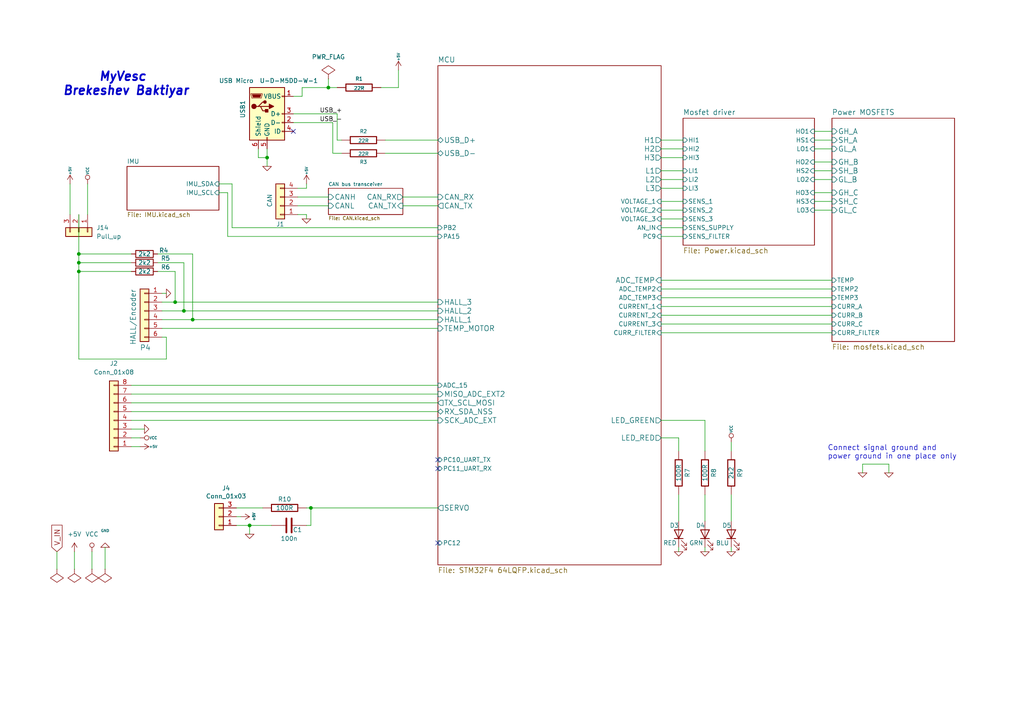
<source format=kicad_sch>
(kicad_sch (version 20231120) (generator "eeschema") (generator_version "8.0")
  (paper "A4")
  (title_block (title "MyVESC") (comment 2 "BREKESHEV BAKTIYAR"))
  (lib_symbols
    (symbol "BLDC_4-rescue:+5V" (power) (pin_names (offset 0))
      (property "Value" "+5V" (at 0 3.556 0))
      (symbol "+5V_0_1"
        (polyline (pts (xy -0.762 1.27) (xy 0 2.54)))
        (polyline (pts (xy 0 0) (xy 0 2.54)))
        (polyline (pts (xy 0 2.54) (xy 0.762 1.27)))
      )
      (symbol "+5V_1_1"
        (pin power_in line (at 0 0 90) (length 0) hide (name "+5V") (number "1"))
      )
    )
    (symbol "BLDC_4-rescue:C-RESCUE-BLDC_4" (pin_numbers hide) (pin_names (offset 0.254))
      (property "Reference" "C" (at 0 2.54 0))
      (property "Value" "C-RESCUE-BLDC_4" (at 0.1524 -2.159 0))
      (symbol "C-RESCUE-BLDC_4_0_1"
        (polyline (pts (xy -2.032 -0.762) (xy 2.032 -0.762)) (stroke (width 0.508)))
        (polyline (pts (xy -2.032 0.762) (xy 2.032 0.762)) (stroke (width 0.508)))
      )
      (symbol "C-RESCUE-BLDC_4_1_1"
        (pin passive line (at 0 5.08 270) (length 4.318) (name "~") (number "1"))
        (pin passive line (at 0 -5.08 90) (length 4.318) (name "~") (number "2"))
      )
    )
    (symbol "BLDC_4-rescue:GND-RESCUE-BLDC_4" (power) (pin_names (offset 0))
      (symbol "GND-RESCUE-BLDC_4_0_1"
        (polyline (pts (xy -1.27 0) (xy 0 -1.27) (xy 1.27 0) (xy -1.27 0)))
      )
      (symbol "GND-RESCUE-BLDC_4_1_1"
        (pin power_in line (at 0 0 90) (length 0) hide (name "GND") (number "1"))
      )
    )
    (symbol "BLDC_4-rescue:PWR_FLAG" (power) (pin_numbers hide) (pin_names (offset 0) hide)
      (property "Value" "PWR_FLAG" (at 0 4.572 0))
      (symbol "PWR_FLAG_0_0"
        (pin power_out line (at 0 0 90) (length 0) (name "pwr") (number "1"))
      )
      (symbol "PWR_FLAG_0_1"
        (polyline (pts (xy 0 0) (xy 0 1.27) (xy -1.905 2.54) (xy 0 3.81) (xy 1.905 2.54) (xy 0 1.27)))
      )
    )
    (symbol "BLDC_4-rescue:R-RESCUE-BLDC_4" (pin_numbers hide) (pin_names (offset 0))
      (property "Reference" "R" (at 2.032 0 90))
      (property "Value" "R-RESCUE-BLDC_4" (at 0.1778 0.0254 90))
      (symbol "R-RESCUE-BLDC_4_0_1"
        (rectangle (start -1.016 3.81) (end 1.016 -3.81) (stroke (width 0.3048)))
      )
      (symbol "R-RESCUE-BLDC_4_1_1"
        (pin passive line (at 0 6.35 270) (length 2.54) (name "~") (number "1"))
        (pin passive line (at 0 -6.35 90) (length 2.54) (name "~") (number "2"))
      )
    )
    (symbol "BLDC_4-rescue:VCC" (power) (pin_names (offset 0))
      (property "Value" "VCC" (at 0 3.81 0))
      (symbol "VCC_0_1"
        (polyline (pts (xy 0 0) (xy 0 1.27)))
        (circle (center 0 1.905) (radius 0.635))
      )
      (symbol "VCC_1_1"
        (pin power_in line (at 0 0 90) (length 0) hide (name "VCC") (number "1"))
      )
    )
    (symbol "Cheap FOCer 2 60mm-rescue:USB_B_Micro-Connector" (pin_names (offset 1.016))
      (property "Reference" "USB1" (at -6.35 -1.27 90))
      (property "Value" "USB Micro  U-D-M5DD-W-1" (at -13.97 8.89 0))
      (symbol "USB_B_Micro-Connector_0_1"
        (rectangle (start -5.08 7.62) (end 5.08 -7.62) (stroke (width 0.254)) (fill (type background)))
        (circle (center -3.81 2.159) (radius 0.635) (stroke (width 0.254)) (fill (type outline)))
        (circle (center -0.635 3.429) (radius 0.381) (stroke (width 0.254)) (fill (type outline)))
        (rectangle (start -0.127 -7.62) (end 0.127 -6.858))
        (polyline (pts (xy -1.905 2.159) (xy 0.635 2.159)) (stroke (width 0.254)))
        (polyline (pts (xy -3.175 2.159) (xy -2.54 2.159) (xy -1.27 3.429) (xy -0.635 3.429)) (stroke (width 0.254)))
        (polyline (pts (xy -2.54 2.159) (xy -1.905 2.159) (xy -1.27 0.889) (xy 0 0.889)) (stroke (width 0.254)))
        (polyline (pts (xy 0.635 2.794) (xy 0.635 1.524) (xy 1.905 2.159) (xy 0.635 2.794)) (stroke (width 0.254)) (fill (type outline)))
        (polyline (pts (xy -4.318 5.588) (xy -1.778 5.588) (xy -2.032 4.826) (xy -4.064 4.826) (xy -4.318 5.588)) (fill (type outline)))
        (polyline (pts (xy -4.699 5.842) (xy -4.699 5.588) (xy -4.445 4.826) (xy -4.445 4.572) (xy -1.651 4.572) (xy -1.651 4.826) (xy -1.397 5.588) (xy -1.397 5.842) (xy -4.699 5.842)))
        (rectangle (start 0.254 1.27) (end -0.508 0.508) (stroke (width 0.254)) (fill (type outline)))
        (rectangle (start 5.08 -5.207) (end 4.318 -4.953))
        (rectangle (start 5.08 -2.667) (end 4.318 -2.413))
        (rectangle (start 5.08 -0.127) (end 4.318 0.127))
        (rectangle (start 5.08 4.953) (end 4.318 5.207))
      )
      (symbol "USB_B_Micro-Connector_1_1"
        (pin passive line (at 7.62 5.08 180) (length 2.54) (name "VBUS") (number "1"))
        (pin passive line (at 7.62 -2.54 180) (length 2.54) (name "D-") (number "2"))
        (pin passive line (at 7.62 0 180) (length 2.54) (name "D+") (number "3"))
        (pin passive line (at 7.62 -5.08 180) (length 2.54) (name "ID") (number "4"))
        (pin passive line (at 0 -10.16 90) (length 2.54) (name "GND") (number "5"))
        (pin passive line (at -2.54 -10.16 90) (length 2.54) (name "Shield") (number "6"))
      )
    )
    (symbol "Connector_Generic:Conn_01x03" (pin_names (offset 1.016) hide)
      (property "Reference" "J" (at 0 5.08 0))
      (property "Value" "Conn_01x03" (at 0 -5.08 0))
      (symbol "Conn_01x03_1_1"
        (rectangle (start -1.27 -2.413) (end 0 -2.667) (stroke (width 0.1524)))
        (rectangle (start -1.27 0.127) (end 0 -0.127) (stroke (width 0.1524)))
        (rectangle (start -1.27 2.667) (end 0 2.413) (stroke (width 0.1524)))
        (rectangle (start -1.27 3.81) (end 1.27 -3.81) (stroke (width 0.254)) (fill (type background)))
        (pin passive line (at -5.08 2.54 0) (length 3.81) (name "Pin_1") (number "1"))
        (pin passive line (at -5.08 0 0) (length 3.81) (name "Pin_2") (number "2"))
        (pin passive line (at -5.08 -2.54 0) (length 3.81) (name "Pin_3") (number "3"))
      )
    )
    (symbol "Connector_Generic:Conn_01x04" (pin_names (offset 1.016) hide)
      (property "Reference" "J" (at 0 5.08 0))
      (property "Value" "Conn_01x04" (at 0 -7.62 0))
      (symbol "Conn_01x04_1_1"
        (rectangle (start -1.27 -4.953) (end 0 -5.207) (stroke (width 0.1524)))
        (rectangle (start -1.27 -2.413) (end 0 -2.667) (stroke (width 0.1524)))
        (rectangle (start -1.27 0.127) (end 0 -0.127) (stroke (width 0.1524)))
        (rectangle (start -1.27 2.667) (end 0 2.413) (stroke (width 0.1524)))
        (rectangle (start -1.27 3.81) (end 1.27 -6.35) (stroke (width 0.254)) (fill (type background)))
        (pin passive line (at -5.08 2.54 0) (length 3.81) (name "Pin_1") (number "1"))
        (pin passive line (at -5.08 0 0) (length 3.81) (name "Pin_2") (number "2"))
        (pin passive line (at -5.08 -2.54 0) (length 3.81) (name "Pin_3") (number "3"))
        (pin passive line (at -5.08 -5.08 0) (length 3.81) (name "Pin_4") (number "4"))
      )
    )
    (symbol "Connector_Generic:Conn_01x06" (pin_names (offset 1.016) hide)
      (property "Reference" "J" (at 0 7.62 0))
      (property "Value" "Conn_01x06" (at 0 -10.16 0))
      (symbol "Conn_01x06_1_1"
        (rectangle (start -1.27 -7.493) (end 0 -7.747) (stroke (width 0.1524)))
        (rectangle (start -1.27 -4.953) (end 0 -5.207) (stroke (width 0.1524)))
        (rectangle (start -1.27 -2.413) (end 0 -2.667) (stroke (width 0.1524)))
        (rectangle (start -1.27 0.127) (end 0 -0.127) (stroke (width 0.1524)))
        (rectangle (start -1.27 2.667) (end 0 2.413) (stroke (width 0.1524)))
        (rectangle (start -1.27 5.207) (end 0 4.953) (stroke (width 0.1524)))
        (rectangle (start -1.27 6.35) (end 1.27 -8.89) (stroke (width 0.254)) (fill (type background)))
        (pin passive line (at -5.08 5.08 0) (length 3.81) (name "Pin_1") (number "1"))
        (pin passive line (at -5.08 2.54 0) (length 3.81) (name "Pin_2") (number "2"))
        (pin passive line (at -5.08 0 0) (length 3.81) (name "Pin_3") (number "3"))
        (pin passive line (at -5.08 -2.54 0) (length 3.81) (name "Pin_4") (number "4"))
        (pin passive line (at -5.08 -5.08 0) (length 3.81) (name "Pin_5") (number "5"))
        (pin passive line (at -5.08 -7.62 0) (length 3.81) (name "Pin_6") (number "6"))
      )
    )
    (symbol "Connector_Generic:Conn_01x08" (pin_names (offset 1.016) hide)
      (property "Reference" "J" (at 0 10.16 0))
      (property "Value" "Conn_01x08" (at 0 -12.7 0))
      (symbol "Conn_01x08_1_1"
        (rectangle (start -1.27 -10.033) (end 0 -10.287) (stroke (width 0.1524)))
        (rectangle (start -1.27 -7.493) (end 0 -7.747) (stroke (width 0.1524)))
        (rectangle (start -1.27 -4.953) (end 0 -5.207) (stroke (width 0.1524)))
        (rectangle (start -1.27 -2.413) (end 0 -2.667) (stroke (width 0.1524)))
        (rectangle (start -1.27 0.127) (end 0 -0.127) (stroke (width 0.1524)))
        (rectangle (start -1.27 2.667) (end 0 2.413) (stroke (width 0.1524)))
        (rectangle (start -1.27 5.207) (end 0 4.953) (stroke (width 0.1524)))
        (rectangle (start -1.27 7.747) (end 0 7.493) (stroke (width 0.1524)))
        (rectangle (start -1.27 8.89) (end 1.27 -11.43) (stroke (width 0.254)) (fill (type background)))
        (pin passive line (at -5.08 7.62 0) (length 3.81) (name "Pin_1") (number "1"))
        (pin passive line (at -5.08 5.08 0) (length 3.81) (name "Pin_2") (number "2"))
        (pin passive line (at -5.08 2.54 0) (length 3.81) (name "Pin_3") (number "3"))
        (pin passive line (at -5.08 0 0) (length 3.81) (name "Pin_4") (number "4"))
        (pin passive line (at -5.08 -2.54 0) (length 3.81) (name "Pin_5") (number "5"))
        (pin passive line (at -5.08 -5.08 0) (length 3.81) (name "Pin_6") (number "6"))
        (pin passive line (at -5.08 -7.62 0) (length 3.81) (name "Pin_7") (number "7"))
        (pin passive line (at -5.08 -10.16 0) (length 3.81) (name "Pin_8") (number "8"))
      )
    )
    (symbol "Device:LED" (pin_numbers hide) (pin_names (offset 1.016) hide)
      (property "Reference" "D" (at 0 2.54 0))
      (property "Value" "LED" (at 0 -2.54 0))
      (symbol "LED_0_1"
        (polyline (pts (xy -1.27 -1.27) (xy -1.27 1.27)) (stroke (width 0.254)))
        (polyline (pts (xy -1.27 0) (xy 1.27 0)))
        (polyline (pts (xy 1.27 -1.27) (xy 1.27 1.27) (xy -1.27 0) (xy 1.27 -1.27)) (stroke (width 0.254)))
        (polyline (pts (xy -3.048 -0.762) (xy -4.572 -2.286) (xy -3.81 -2.286) (xy -4.572 -2.286) (xy -4.572 -1.524)))
        (polyline (pts (xy -1.778 -0.762) (xy -3.302 -2.286) (xy -2.54 -2.286) (xy -3.302 -2.286) (xy -3.302 -1.524)))
      )
      (symbol "LED_1_1"
        (pin passive line (at -3.81 0 0) (length 2.54) (name "K") (number "1"))
        (pin passive line (at 3.81 0 180) (length 2.54) (name "A") (number "2"))
      )
    )
    (symbol "Device:R" (pin_numbers hide) (pin_names (offset 0))
      (property "Reference" "R" (at 2.032 0 90))
      (property "Value" "R" (at 0 0 90))
      (symbol "R_0_1"
        (rectangle (start -1.016 -2.54) (end 1.016 2.54) (stroke (width 0.254)))
      )
      (symbol "R_1_1"
        (pin passive line (at 0 3.81 270) (length 1.27) (name "~") (number "1"))
        (pin passive line (at 0 -3.81 90) (length 1.27) (name "~") (number "2"))
      )
    )
  )
  (junction (at 77.47 45.72))
  (junction (at 22.86 73.66))
  (junction (at 53.34 90.17))
  (junction (at 22.86 76.2))
  (junction (at 55.88 92.71))
  (junction (at 95.25 25.4))
  (junction (at 90.17 147.32))
  (junction (at 72.39 152.4))
  (junction (at 22.86 78.74))
  (junction (at 50.8 87.63))
  (no_connect (at 85.09 38.1))
  (no_connect (at 127 133.35))
  (no_connect (at 127 135.89))
  (no_connect (at 127 157.48))
  (wire (pts (xy 38.1 129.54) (xy 40.64 129.54)))
  (wire (pts (xy 241.3 81.28) (xy 191.77 81.28)))
  (wire (pts (xy 111.76 40.64) (xy 127 40.64)))
  (wire (pts (xy 77.47 43.18) (xy 77.47 45.72)))
  (wire (pts (xy 111.76 44.45) (xy 127 44.45)))
  (wire (pts (xy 22.86 78.74) (xy 38.1 78.74)))
  (wire (pts (xy 87.63 27.94) (xy 85.09 27.94)))
  (wire (pts (xy 22.86 78.74) (xy 22.86 104.14)))
  (wire (pts (xy 53.34 76.2) (xy 53.34 90.17)))
  (wire (pts (xy 38.1 127) (xy 40.64 127)))
  (wire (pts (xy 95.25 22.86) (xy 95.25 25.4)))
  (wire (pts (xy 116.84 59.69) (xy 127 59.69)))
  (wire (pts (xy 46.99 87.63) (xy 50.8 87.63)))
  (wire (pts (xy 191.77 49.53) (xy 198.12 49.53)))
  (wire (pts (xy 110.49 25.4) (xy 115.57 25.4)))
  (wire (pts (xy 191.77 43.18) (xy 198.12 43.18)))
  (wire (pts (xy 191.77 127) (xy 196.85 127)))
  (wire (pts (xy 25.4 53.34) (xy 25.4 62.23)))
  (wire (pts (xy 191.77 83.82) (xy 241.3 83.82)))
  (wire (pts (xy 55.88 92.71) (xy 127 92.71)))
  (wire (pts (xy 86.36 59.69) (xy 95.25 59.69)))
  (wire (pts (xy 204.47 143.51) (xy 204.47 151.13)))
  (wire (pts (xy 38.1 111.76) (xy 127 111.76)))
  (wire (pts (xy 191.77 40.64) (xy 198.12 40.64)))
  (wire (pts (xy 99.06 44.45) (xy 96.52 44.45)))
  (wire (pts (xy 97.79 40.64) (xy 99.06 40.64)))
  (wire (pts (xy 55.88 73.66) (xy 55.88 92.71)))
  (wire (pts (xy 45.72 78.74) (xy 50.8 78.74)))
  (wire (pts (xy 63.5 55.88) (xy 66.04 55.88)))
  (wire (pts (xy 53.34 90.17) (xy 127 90.17)))
  (wire (pts (xy 88.9 54.61) (xy 88.9 53.34)))
  (wire (pts (xy 86.36 54.61) (xy 88.9 54.61)))
  (wire (pts (xy 87.63 25.4) (xy 87.63 27.94)))
  (wire (pts (xy 204.47 160.02) (xy 204.47 158.75)))
  (wire (pts (xy 196.85 127) (xy 196.85 130.81)))
  (wire (pts (xy 21.59 160.02) (xy 21.59 165.1)))
  (wire (pts (xy 38.1 119.38) (xy 127 119.38)))
  (wire (pts (xy 72.39 152.4) (xy 72.39 154.94)))
  (wire (pts (xy 212.09 143.51) (xy 212.09 151.13)))
  (wire (pts (xy 97.79 25.4) (xy 95.25 25.4)))
  (wire (pts (xy 236.22 40.64) (xy 241.3 40.64)))
  (wire (pts (xy 196.85 158.75) (xy 196.85 160.02)))
  (wire (pts (xy 86.36 62.23) (xy 88.9 62.23)))
  (wire (pts (xy 46.99 95.25) (xy 127 95.25)))
  (wire (pts (xy 96.52 44.45) (xy 96.52 35.56)))
  (wire (pts (xy 77.47 48.26) (xy 77.47 45.72)))
  (wire (pts (xy 16.51 160.02) (xy 16.51 165.1)))
  (wire (pts (xy 50.8 78.74) (xy 50.8 87.63)))
  (wire (pts (xy 236.22 38.1) (xy 241.3 38.1)))
  (wire (pts (xy 212.09 158.75) (xy 212.09 160.02)))
  (wire (pts (xy 115.57 20.32) (xy 115.57 25.4)))
  (wire (pts (xy 67.31 53.34) (xy 67.31 66.04)))
  (wire (pts (xy 76.2 147.32) (xy 68.58 147.32)))
  (wire (pts (xy 95.25 25.4) (xy 87.63 25.4)))
  (wire (pts (xy 236.22 52.07) (xy 241.3 52.07)))
  (wire (pts (xy 191.77 63.5) (xy 198.12 63.5)))
  (wire (pts (xy 191.77 54.61) (xy 198.12 54.61)))
  (wire (pts (xy 236.22 60.96) (xy 241.3 60.96)))
  (wire (pts (xy 69.85 149.86) (xy 68.58 149.86)))
  (wire (pts (xy 38.1 124.46) (xy 41.91 124.46)))
  (wire (pts (xy 250.19 134.62) (xy 257.81 134.62)))
  (wire (pts (xy 46.99 90.17) (xy 53.34 90.17)))
  (wire (pts (xy 191.77 86.36) (xy 241.3 86.36)))
  (wire (pts (xy 191.77 52.07) (xy 198.12 52.07)))
  (wire (pts (xy 48.26 104.14) (xy 48.26 97.79)))
  (wire (pts (xy 38.1 116.84) (xy 127 116.84)))
  (wire (pts (xy 88.9 62.23) (xy 88.9 63.5)))
  (wire (pts (xy 22.86 104.14) (xy 48.26 104.14)))
  (wire (pts (xy 74.93 43.18) (xy 74.93 45.72)))
  (wire (pts (xy 191.77 96.52) (xy 241.3 96.52)))
  (wire (pts (xy 191.77 66.04) (xy 198.12 66.04)))
  (wire (pts (xy 26.67 160.02) (xy 26.67 165.1)))
  (wire (pts (xy 30.48 158.75) (xy 30.48 165.1)))
  (wire (pts (xy 74.93 45.72) (xy 77.47 45.72)))
  (wire (pts (xy 116.84 57.15) (xy 127 57.15)))
  (wire (pts (xy 45.72 76.2) (xy 53.34 76.2)))
  (wire (pts (xy 90.17 147.32) (xy 90.17 152.4)))
  (wire (pts (xy 191.77 68.58) (xy 198.12 68.58)))
  (wire (pts (xy 212.09 130.81) (xy 212.09 128.27)))
  (wire (pts (xy 38.1 121.92) (xy 127 121.92)))
  (wire (pts (xy 250.19 134.62) (xy 250.19 137.16)))
  (wire (pts (xy 191.77 91.44) (xy 241.3 91.44)))
  (wire (pts (xy 191.77 93.98) (xy 241.3 93.98)))
  (wire (pts (xy 97.79 33.02) (xy 85.09 33.02)))
  (wire (pts (xy 236.22 43.18) (xy 241.3 43.18)))
  (wire (pts (xy 38.1 114.3) (xy 127 114.3)))
  (wire (pts (xy 22.86 73.66) (xy 38.1 73.66)))
  (wire (pts (xy 22.86 76.2) (xy 38.1 76.2)))
  (wire (pts (xy 191.77 45.72) (xy 198.12 45.72)))
  (wire (pts (xy 22.86 76.2) (xy 22.86 78.74)))
  (wire (pts (xy 46.99 97.79) (xy 48.26 97.79)))
  (wire (pts (xy 22.86 73.66) (xy 22.86 76.2)))
  (wire (pts (xy 191.77 58.42) (xy 198.12 58.42)))
  (wire (pts (xy 204.47 121.92) (xy 191.77 121.92)))
  (wire (pts (xy 66.04 68.58) (xy 127 68.58)))
  (wire (pts (xy 204.47 121.92) (xy 204.47 130.81)))
  (wire (pts (xy 90.17 152.4) (xy 88.9 152.4)))
  (wire (pts (xy 22.86 62.23) (xy 22.86 73.66)))
  (wire (pts (xy 191.77 88.9) (xy 241.3 88.9)))
  (wire (pts (xy 63.5 53.34) (xy 67.31 53.34)))
  (wire (pts (xy 66.04 55.88) (xy 66.04 68.58)))
  (wire (pts (xy 96.52 35.56) (xy 85.09 35.56)))
  (wire (pts (xy 191.77 60.96) (xy 198.12 60.96)))
  (wire (pts (xy 20.32 53.34) (xy 20.32 62.23)))
  (wire (pts (xy 90.17 147.32) (xy 127 147.32)))
  (wire (pts (xy 257.81 134.62) (xy 257.81 137.16)))
  (wire (pts (xy 45.72 73.66) (xy 55.88 73.66)))
  (wire (pts (xy 86.36 57.15) (xy 95.25 57.15)))
  (wire (pts (xy 46.99 92.71) (xy 55.88 92.71)))
  (wire (pts (xy 236.22 58.42) (xy 241.3 58.42)))
  (wire (pts (xy 50.8 87.63) (xy 127 87.63)))
  (wire (pts (xy 90.17 147.32) (xy 88.9 147.32)))
  (wire (pts (xy 97.79 40.64) (xy 97.79 33.02)))
  (wire (pts (xy 78.74 152.4) (xy 72.39 152.4)))
  (wire (pts (xy 46.99 85.09) (xy 48.26 85.09)))
  (wire (pts (xy 72.39 152.4) (xy 68.58 152.4)))
  (wire (pts (xy 67.31 66.04) (xy 127 66.04)))
  (wire (pts (xy 196.85 143.51) (xy 196.85 151.13)))
  (wire (pts (xy 236.22 49.53) (xy 241.3 49.53)))
  (wire (pts (xy 236.22 55.88) (xy 241.3 55.88)))
  (wire (pts (xy 236.22 46.99) (xy 241.3 46.99)))
  (text "Connect signal ground and\npower ground in one place only" (at 240.03 133.35 0) (effects (font (size 1.524 1.524)) (justify left bottom)))
  (text "MyVesc \nBrekeshev Baktiyar" (at 36.576 24.384 0) (effects (font (size 2.54 2.54) (bold yes) (italic yes))))
  (label "USB_-" (at 92.71 35.56 0))
  (label "USB_+" (at 92.71 33.02 0))
  (global_label "V_IN" (shape input) (at 16.51 160.02 90) (effects (font (size 1.524 1.524))) (property "Intersheetrefs" "${INTERSHEET_REFS}" (effects (hide yes))))
  (symbol (lib_id "Connector_Generic:Conn_01x06") (at 41.91 90.17 0) (mirror y) (unit 1)
    (property "Reference" "P4" (at 42.164 100.838 0) (effects (font (size 1.524 1.524))))
    (property "Value" "HALL/Encoder" (at 38.608 91.948 90) (effects (font (size 1.524 1.524))))
    (property "Footprint" "Connector_JST:JST_PH_B6B-PH-K_1x06_P2.00mm_Vertical" (effects (hide yes)))
  )
  (symbol (lib_id "BLDC_4-rescue:GND-RESCUE-BLDC_4") (at 48.26 85.09 90) (unit 1)
    (property "Reference" "#PWR09" (effects (hide yes)))
    (property "Value" "GND" (effects (hide yes)))
  )
  (symbol (lib_id "BLDC_4-rescue:GND-RESCUE-BLDC_4") (at 41.91 124.46 90) (mirror x) (unit 1)
    (property "Reference" "#PWR010" (effects (hide yes)))
    (property "Value" "GND" (effects (hide yes)))
  )
  (symbol (lib_id "Cheap FOCer 2 60mm-rescue:USB_B_Micro-Connector") (at 77.47 33.02 0) (unit 1)
    (property "Reference" "USB1" (at 71.12 34.29 90) (effects (justify left bottom)))
    (property "Value" "USB Micro  U-D-M5DD-W-1" (at 63.5 24.13 0) (effects (justify left bottom)))
    (property "Footprint" "Connector_USB:USB_Micro-B_Wuerth_614105150721_Vertical" (effects (hide yes)))
  )
  (symbol (lib_id "BLDC_4-rescue:+5V") (at 40.64 129.54 270) (unit 1)
    (property "Reference" "#PWR014" (effects (hide yes)))
    (property "Value" "+5V" (at 44.45 129.54 90) (effects (font (size 0.762 0.762))))
  )
  (symbol (lib_id "BLDC_4-rescue:VCC") (at 40.64 127 270) (unit 1)
    (property "Reference" "#PWR012" (effects (hide yes)))
    (property "Value" "VCC" (at 44.45 127 90) (effects (font (size 0.762 0.762))))
  )
  (symbol (lib_id "BLDC_4-rescue:GND-RESCUE-BLDC_4") (at 250.19 137.16 0) (unit 1)
    (property "Reference" "#PWR016" (effects (hide yes)))
    (property "Value" "GND" (effects (hide yes)))
  )
  (symbol (lib_id "BLDC_4-rescue:R-RESCUE-BLDC_4") (at 196.85 137.16 180) (unit 1)
    (property "Reference" "R7" (at 199.39 137.16 90))
    (property "Value" "100R" (at 196.85 137.16 90))
    (property "Footprint" "Resistor_SMD:R_0603_1608Metric" (effects (hide yes)))
  )
  (symbol (lib_id "Device:LED") (at 196.85 154.94 90) (unit 1)
    (property "Reference" "D3" (at 195.58 152.4 90))
    (property "Value" "RED" (at 194.31 157.48 90))
    (property "Footprint" "LED_SMD:LED_0603_1608Metric" (effects (hide yes)))
  )
  (symbol (lib_id "BLDC_4-rescue:GND-RESCUE-BLDC_4") (at 196.85 160.02 0) (unit 1)
    (property "Reference" "#PWR021" (effects (hide yes)))
    (property "Value" "GND" (effects (hide yes)))
  )
  (symbol (lib_id "BLDC_4-rescue:R-RESCUE-BLDC_4") (at 204.47 137.16 180) (unit 1)
    (property "Reference" "R8" (at 207.01 137.16 90))
    (property "Value" "100R" (at 204.47 137.16 90))
    (property "Footprint" "Resistor_SMD:R_0603_1608Metric" (effects (hide yes)))
  )
  (symbol (lib_id "Device:LED") (at 204.47 154.94 90) (unit 1)
    (property "Reference" "D4" (at 203.2 152.4 90))
    (property "Value" "GRN" (at 201.93 157.48 90))
    (property "Footprint" "LED_SMD:LED_0603_1608Metric" (effects (hide yes)))
  )
  (symbol (lib_id "BLDC_4-rescue:GND-RESCUE-BLDC_4") (at 204.47 160.02 0) (unit 1)
    (property "Reference" "#PWR022" (effects (hide yes)))
    (property "Value" "GND" (effects (hide yes)))
    (property "Footprint" "LED_SMD:LED_0603_1608Metric" (effects (hide yes)))
  )
  (symbol (lib_id "Device:LED") (at 212.09 154.94 90) (unit 1)
    (property "Reference" "D5" (at 210.82 152.4 90))
    (property "Value" "BLU" (at 209.55 157.48 90))
    (property "Footprint" "LED_SMD:LED_0603_1608Metric" (effects (hide yes)))
  )
  (symbol (lib_id "BLDC_4-rescue:R-RESCUE-BLDC_4") (at 212.09 137.16 180) (unit 1)
    (property "Reference" "R9" (at 214.63 137.16 90))
    (property "Value" "2k2" (at 212.09 137.16 90))
    (property "Footprint" "Resistor_SMD:R_0603_1608Metric" (effects (hide yes)))
  )
  (symbol (lib_id "BLDC_4-rescue:GND-RESCUE-BLDC_4") (at 212.09 160.02 0) (unit 1)
    (property "Reference" "#PWR023" (effects (hide yes)))
    (property "Value" "GND" (effects (hide yes)))
  )
  (symbol (lib_id "BLDC_4-rescue:VCC") (at 212.09 128.27 0) (unit 1)
    (property "Reference" "#PWR015" (effects (hide yes)))
    (property "Value" "VCC" (at 212.09 124.46 90) (effects (font (size 0.762 0.762))))
  )
  (symbol (lib_id "BLDC_4-rescue:R-RESCUE-BLDC_4") (at 105.41 44.45 270) (unit 1)
    (property "Reference" "R3" (at 105.41 46.99 90) (effects (font (size 1.016 1.016))))
    (property "Value" "22R" (at 105.4354 44.6278 90) (effects (font (size 1.016 1.016))))
    (property "Footprint" "Resistor_SMD:R_0603_1608Metric" (effects (hide yes)))
  )
  (symbol (lib_id "BLDC_4-rescue:R-RESCUE-BLDC_4") (at 105.41 40.64 270) (unit 1)
    (property "Reference" "R2" (at 105.41 38.1 90) (effects (font (size 1.016 1.016))))
    (property "Value" "22R" (at 105.4354 40.8178 90) (effects (font (size 1.016 1.016))))
    (property "Footprint" "Resistor_SMD:R_0603_1608Metric" (effects (hide yes)))
  )
  (symbol (lib_id "BLDC_4-rescue:GND-RESCUE-BLDC_4") (at 257.81 137.16 0) (unit 1)
    (property "Reference" "#PWR017" (effects (hide yes)))
    (property "Value" "GND" (effects (hide yes)))
  )
  (symbol (lib_id "BLDC_4-rescue:GND-RESCUE-BLDC_4") (at 77.47 48.26 0) (unit 1)
    (property "Reference" "#PWR03" (effects (hide yes)))
    (property "Value" "GND" (effects (hide yes)))
  )
  (symbol (lib_id "BLDC_4-rescue:C-RESCUE-BLDC_4") (at 83.82 152.4 90) (mirror x) (unit 1)
    (property "Reference" "C1" (at 87.63 153.67 90) (effects (justify left)))
    (property "Value" "100n" (at 86.36 156.21 90) (effects (justify left)))
    (property "Footprint" "Capacitor_SMD:C_0603_1608Metric" (effects (hide yes)))
  )
  (symbol (lib_id "BLDC_4-rescue:VCC") (at 25.4 53.34 0) (unit 1)
    (property "Reference" "#PWR06" (effects (hide yes)))
    (property "Value" "VCC" (at 25.4 49.53 90) (effects (font (size 0.762 0.762))))
  )
  (symbol (lib_id "BLDC_4-rescue:PWR_FLAG") (at 16.51 165.1 180) (unit 1)
    (property "Reference" "#FLG03" (effects (hide yes)))
    (property "Value" "PWR_FLAG" (effects (hide yes)))
  )
  (symbol (lib_id "BLDC_4-rescue:PWR_FLAG") (at 95.25 22.86 0) (unit 1)
    (property "Reference" "#FLG01" (effects (hide yes)))
    (property "Value" "PWR_FLAG" (at 95.25 16.51 0))
  )
  (symbol (lib_id "BLDC_4-rescue:+5V") (at 21.59 160.02 0) (unit 1)
    (property "Reference" "#PWR099" (effects (hide yes)))
    (property "Value" "+5V" (at 21.59 154.94 0))
  )
  (symbol (lib_id "BLDC_4-rescue:PWR_FLAG") (at 30.48 165.1 180) (unit 1)
    (property "Reference" "#FLG06" (effects (hide yes)))
    (property "Value" "PWR_FLAG" (effects (hide yes)))
  )
  (symbol (lib_id "BLDC_4-rescue:R-RESCUE-BLDC_4") (at 82.55 147.32 270) (mirror x) (unit 1)
    (property "Reference" "R10" (at 82.55 144.78 90))
    (property "Value" "100R" (at 82.55 147.32 90))
    (property "Footprint" "Resistor_SMD:R_0603_1608Metric" (effects (hide yes)))
  )
  (symbol (lib_id "Connector_Generic:Conn_01x04") (at 81.28 59.69 180) (unit 1)
    (property "Reference" "J1" (at 81.28 65.024 0))
    (property "Value" "CAN" (at 78.232 58.166 90))
    (property "Footprint" "Connector_JST:JST_PH_B4B-PH-K_1x04_P2.00mm_Vertical" (effects (hide yes)))
    (property "Description" "Generic connector, single row, 01x04, script generated (kicad-library-utils/schlib/autogen/connector/)" (effects (hide yes)))
  )
  (symbol (lib_id "BLDC_4-rescue:GND-RESCUE-BLDC_4") (at 30.48 158.75 180) (unit 1)
    (property "Reference" "#PWR0102" (effects (hide yes)))
    (property "Value" "GND" (at 30.48 153.924 0) (effects (font (size 0.762 0.762))))
  )
  (symbol (lib_id "BLDC_4-rescue:PWR_FLAG") (at 21.59 165.1 180) (unit 1)
    (property "Reference" "#FLG04" (effects (hide yes)))
    (property "Value" "PWR_FLAG" (effects (hide yes)))
  )
  (symbol (lib_id "BLDC_4-rescue:+5V") (at 115.57 20.32 0) (unit 1)
    (property "Reference" "#PWR01" (effects (hide yes)))
    (property "Value" "+5V" (at 115.57 16.51 90) (effects (font (size 0.762 0.762))))
  )
  (symbol (lib_id "BLDC_4-rescue:GND-RESCUE-BLDC_4") (at 72.39 154.94 0) (mirror y) (unit 1)
    (property "Reference" "#PWR020" (effects (hide yes)))
    (property "Value" "GND" (effects (hide yes)))
  )
  (symbol (lib_id "Connector_Generic:Conn_01x03") (at 63.5 149.86 180) (unit 1)
    (property "Reference" "J4" (at 65.5828 141.605 0))
    (property "Value" "Conn_01x03" (at 65.5828 143.9164 0))
    (property "Footprint" "Connector_JST:JST_PH_B3B-PH-K_1x03_P2.00mm_Vertical" (effects (hide yes)))
  )
  (symbol (lib_id "BLDC_4-rescue:+5V") (at 88.9 53.34 0) (unit 1)
    (property "Reference" "#PWR04" (effects (hide yes)))
    (property "Value" "+5V" (at 88.9 49.53 90) (effects (font (size 0.762 0.762))))
  )
  (symbol (lib_id "BLDC_4-rescue:+5V") (at 69.85 149.86 270) (unit 1)
    (property "Reference" "#PWR019" (effects (hide yes)))
    (property "Value" "+5V" (at 73.66 149.86 0) (effects (font (size 0.762 0.762))))
  )
  (symbol (lib_id "BLDC_4-rescue:PWR_FLAG") (at 26.67 165.1 180) (unit 1)
    (property "Reference" "#FLG05" (effects (hide yes)))
    (property "Value" "PWR_FLAG" (effects (hide yes)))
  )
  (symbol (lib_id "BLDC_4-rescue:VCC") (at 26.67 160.02 0) (unit 1)
    (property "Reference" "#PWR0101" (effects (hide yes)))
    (property "Value" "VCC" (at 26.67 154.94 0))
  )
  (symbol (lib_id "Connector_Generic:Conn_01x08") (at 33.02 121.92 180) (unit 1)
    (property "Reference" "J2" (at 33.02 105.41 0))
    (property "Value" "Conn_01x08" (at 33.02 107.95 0))
    (property "Footprint" "Connector_JST:JST_PH_B8B-PH-K_1x08_P2.00mm_Vertical" (effects (hide yes)))
    (property "Description" "Generic connector, single row, 01x08, script generated (kicad-library-utils/schlib/autogen/connector/)" (effects (hide yes)))
  )
  (symbol (lib_id "Device:R") (at 41.91 73.66 90) (unit 1)
    (property "Reference" "R4" (at 47.498 72.644 90))
    (property "Value" "2k2" (at 41.91 73.66 90))
    (property "Footprint" "Resistor_SMD:R_0603_1608Metric" (effects (hide yes)))
    (property "Description" "Resistor" (effects (hide yes)))
  )
  (symbol (lib_id "BLDC_4-rescue:+5V") (at 20.32 53.34 0) (unit 1)
    (property "Reference" "#PWR05" (effects (hide yes)))
    (property "Value" "+5V" (at 20.32 49.53 90) (effects (font (size 0.762 0.762))))
  )
  (symbol (lib_id "Connector_Generic:Conn_01x03") (at 22.86 67.31 270) (unit 1)
    (property "Reference" "J14" (at 27.94 66.0399 90) (effects (justify left)))
    (property "Value" "Pull_up" (at 27.94 68.5799 90) (effects (justify left)))
    (property "Footprint" "Connector_PinHeader_1.00mm:PinHeader_1x03_P1.00mm_Vertical" (effects (hide yes)))
    (property "Description" "Generic connector, single row, 01x03, script generated (kicad-library-utils/schlib/autogen/connector/)" (effects (hide yes)))
  )
  (symbol (lib_id "Device:R") (at 41.91 78.74 90) (unit 1)
    (property "Reference" "R6" (at 48.006 77.47 90))
    (property "Value" "2k2" (at 41.91 78.74 90))
    (property "Footprint" "Resistor_SMD:R_0603_1608Metric" (effects (hide yes)))
    (property "Description" "Resistor" (effects (hide yes)))
  )
  (symbol (lib_id "BLDC_4-rescue:GND-RESCUE-BLDC_4") (at 88.9 63.5 0) (unit 1)
    (property "Reference" "#PWR07" (effects (hide yes)))
    (property "Value" "GND" (effects (hide yes)))
  )
  (symbol (lib_id "BLDC_4-rescue:R-RESCUE-BLDC_4") (at 104.14 25.4 270) (unit 1)
    (property "Reference" "R1" (at 104.14 22.86 90) (effects (font (size 1.016 1.016))))
    (property "Value" "22R" (at 104.1654 25.5778 90) (effects (font (size 1.016 1.016))))
    (property "Footprint" "Resistor_SMD:R_0603_1608Metric" (effects (hide yes)))
  )
  (symbol (lib_id "Device:R") (at 41.91 76.2 90) (unit 1)
    (property "Reference" "R5" (at 48.006 74.93 90))
    (property "Value" "2k2" (at 41.91 76.2 90))
    (property "Footprint" "Resistor_SMD:R_0603_1608Metric" (effects (hide yes)))
    (property "Description" "Resistor" (effects (hide yes)))
  )
  (sheet (at 198.12 34.29) (size 38.1 36.83)
    (property "Sheetname" "Mosfet driver" (at 198.12 33.4514 0) (effects (font (size 1.524 1.524)) (justify left bottom)))
    (property "Sheetfile" "Power.kicad_sch" (at 198.12 71.8062 0) (effects (font (size 1.524 1.524)) (justify left top)))
    (pin "SENS_FILTER" input (at 198.12 68.58 180))
    (pin "HI1" input (at 198.12 40.64 180))
    (pin "LI1" input (at 198.12 49.53 180))
    (pin "LO1" input (at 236.22 43.18 0))
    (pin "HO1" input (at 236.22 38.1 0))
    (pin "SENS_1" input (at 198.12 58.42 180))
    (pin "SENS_2" input (at 198.12 60.96 180))
    (pin "HS1" input (at 236.22 40.64 0))
    (pin "HS2" input (at 236.22 49.53 0))
    (pin "SENS_3" input (at 198.12 63.5 180))
    (pin "HS3" input (at 236.22 58.42 0))
    (pin "LI2" input (at 198.12 52.07 180))
    (pin "HI2" input (at 198.12 43.18 180))
    (pin "LO2" input (at 236.22 52.07 0))
    (pin "HO2" input (at 236.22 46.99 0))
    (pin "LI3" input (at 198.12 54.61 180))
    (pin "HI3" input (at 198.12 45.72 180))
    (pin "SENS_SUPPLY" input (at 198.12 66.04 180))
    (pin "LO3" input (at 236.22 60.96 0))
    (pin "HO3" input (at 236.22 55.88 0))
  )
  (sheet (at 127 19.05) (size 64.77 144.78)
    (property "Sheetname" "MCU" (at 127 18.2114 0) (effects (font (size 1.524 1.524)) (justify left bottom)))
    (property "Sheetfile" "STM32F4 64LQFP.kicad_sch" (at 127 164.5162 0) (effects (font (size 1.524 1.524)) (justify left top)))
    (pin "USB_D-" tri_state (at 127 44.45 180) (effects (font (size 1.524 1.524))))
    (pin "USB_D+" tri_state (at 127 40.64 180) (effects (font (size 1.524 1.524))))
    (pin "SERVO" output (at 127 147.32 180) (effects (font (size 1.524 1.524))))
    (pin "HALL_1" input (at 127 92.71 180) (effects (font (size 1.524 1.524))))
    (pin "HALL_2" input (at 127 90.17 180) (effects (font (size 1.524 1.524))))
    (pin "HALL_3" input (at 127 87.63 180) (effects (font (size 1.524 1.524))))
    (pin "TEMP_MOTOR" input (at 127 95.25 180) (effects (font (size 1.524 1.524))))
    (pin "L3" output (at 191.77 54.61 0) (effects (font (size 1.524 1.524))))
    (pin "L2" output (at 191.77 52.07 0) (effects (font (size 1.524 1.524))))
    (pin "L1" output (at 191.77 49.53 0) (effects (font (size 1.524 1.524))))
    (pin "H3" output (at 191.77 45.72 0) (effects (font (size 1.524 1.524))))
    (pin "H2" output (at 191.77 43.18 0) (effects (font (size 1.524 1.524))))
    (pin "H1" output (at 191.77 40.64 0) (effects (font (size 1.524 1.524))))
    (pin "AN_IN" input (at 191.77 66.04 0))
    (pin "CAN_RX" input (at 127 57.15 180) (effects (font (size 1.524 1.524))))
    (pin "CAN_TX" output (at 127 59.69 180) (effects (font (size 1.524 1.524))))
    (pin "LED_RED" output (at 191.77 127 0) (effects (font (size 1.524 1.524))))
    (pin "LED_GREEN" output (at 191.77 121.92 0) (effects (font (size 1.524 1.524))))
    (pin "ADC_TEMP" input (at 191.77 81.28 0) (effects (font (size 1.524 1.524))))
    (pin "SCK_ADC_EXT" input (at 127 121.92 180) (effects (font (size 1.524 1.524))))
    (pin "MISO_ADC_EXT2" input (at 127 114.3 180) (effects (font (size 1.524 1.524))))
    (pin "TX_SCL_MOSI" output (at 127 116.84 180) (effects (font (size 1.524 1.524))))
    (pin "RX_SDA_NSS" tri_state (at 127 119.38 180) (effects (font (size 1.524 1.524))))
    (pin "PB2" input (at 127 66.04 180))
    (pin "PA15" input (at 127 68.58 180))
    (pin "PC9" input (at 191.77 68.58 0))
    (pin "PC12" input (at 127 157.48 180))
    (pin "CURR_FILTER" input (at 191.77 96.52 0))
    (pin "PC10_UART_TX" input (at 127 133.35 180))
    (pin "PC11_UART_RX" input (at 127 135.89 180))
    (pin "VOLTAGE_1" input (at 191.77 58.42 0))
    (pin "VOLTAGE_3" input (at 191.77 63.5 0))
    (pin "VOLTAGE_2" input (at 191.77 60.96 0))
    (pin "ADC_TEMP2" input (at 191.77 83.82 0))
    (pin "ADC_TEMP3" input (at 191.77 86.36 0))
    (pin "ADC_15" input (at 127 111.76 180))
    (pin "CURRENT_1" input (at 191.77 88.9 0))
    (pin "CURRENT_3" input (at 191.77 93.98 0))
    (pin "CURRENT_2" input (at 191.77 91.44 0))
  )
  (sheet (at 241.3 34.29) (size 35.56 64.77)
    (property "Sheetname" "Power MOSFETS" (at 241.3 33.4514 0) (effects (font (size 1.524 1.524)) (justify left bottom)))
    (property "Sheetfile" "mosfets.kicad_sch" (at 241.3 99.7462 0) (effects (font (size 1.524 1.524)) (justify left top)))
    (pin "GH_A" input (at 241.3 38.1 180) (effects (font (size 1.524 1.524))))
    (pin "GL_A" input (at 241.3 43.18 180) (effects (font (size 1.524 1.524))))
    (pin "GH_B" input (at 241.3 46.99 180) (effects (font (size 1.524 1.524))))
    (pin "GL_B" input (at 241.3 52.07 180) (effects (font (size 1.524 1.524))))
    (pin "GH_C" input (at 241.3 55.88 180) (effects (font (size 1.524 1.524))))
    (pin "GL_C" input (at 241.3 60.96 180) (effects (font (size 1.524 1.524))))
    (pin "SH_C" input (at 241.3 58.42 180) (effects (font (size 1.524 1.524))))
    (pin "TEMP2" input (at 241.3 83.82 180))
    (pin "TEMP3" input (at 241.3 86.36 180))
    (pin "TEMP" input (at 241.3 81.28 180))
    (pin "CURR_A" input (at 241.3 88.9 180))
    (pin "CURR_FILTER" input (at 241.3 96.52 180))
    (pin "CURR_C" input (at 241.3 93.98 180))
    (pin "SH_B" input (at 241.3 49.53 180) (effects (font (size 1.524 1.524))))
    (pin "SH_A" input (at 241.3 40.64 180) (effects (font (size 1.524 1.524))))
    (pin "CURR_B" input (at 241.3 91.44 180))
  )
  (sheet (at 95.25 54.61) (size 21.59 7.62)
    (property "Sheetname" "CAN bus transceiver" (at 95.25 54.0254 0) (effects (font (size 1.016 1.016)) (justify left bottom)))
    (property "Sheetfile" "CAN.kicad_sch" (at 95.25 62.713 0) (effects (font (size 1.016 1.016)) (justify left top)))
    (pin "CAN_RX" output (at 116.84 57.15 0) (effects (font (size 1.524 1.524))))
    (pin "CAN_TX" input (at 116.84 59.69 0) (effects (font (size 1.524 1.524))))
    (pin "CANH" input (at 95.25 57.15 180) (effects (font (size 1.524 1.524))))
    (pin "CANL" input (at 95.25 59.69 180) (effects (font (size 1.524 1.524))))
  )
  (sheet (at 36.83 48.26) (size 26.67 12.7)
    (property "Sheetname" "IMU" (at 36.83 47.5484 0) (effects (justify left bottom)))
    (property "Sheetfile" "IMU.kicad_sch" (at 36.83 61.5446 0) (effects (justify left top)))
    (pin "IMU_SDA" input (at 63.5 53.34 0))
    (pin "IMU_SCL" input (at 63.5 55.88 0))
  )
)
</source>
